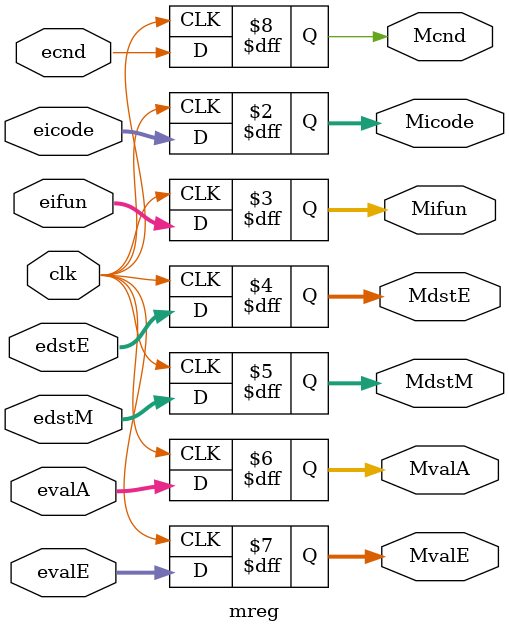
<source format=v>

`timescale 1ns / 10ps


module freg(
    input clk, 
    input [63:0] prPC, 
    output reg [63:0] FpredPC
);

always @(posedge clk)
begin
    FpredPC <= prPC;
end

endmodule

// Decode Register

module dreg(
    input clk,
    input [3:0] ficode,
    input [3:0] fifun,
    input [3:0] frA,
    input [3:0] frB,
    input [63:0] fvalC,
    input [63:0] fvalP,

    output reg [3:0] Dicode,
    output reg [3:0] Difun,
    output reg [3:0] DrA,
    output reg [3:0] DrB,

    output reg [63:0] DvalC,
    output reg [63:0] DvalP,


    input [3:0] micode,
    input [3:0] mifun,
    input [3:0] mdstM,
    input [3:0] mdstE,
    input [63:0] mvalE,
    input [63:0] mvalM,
    
    output reg [3:0] Wicode,
    output reg [3:0] Wifun,
    output reg [3:0] WdstE,
    output reg [3:0] WdstM,

    output reg [63:0] WvalE,
    output reg [63:0] WvalM,

    output reg mcnd
);

always @(posedge clk)
begin
    Dicode <= ficode;
    Difun <= fifun;
    DvalC <= fvalC;
    DvalP <= fvalP;
    DrA <= frA;
    DrB <= frB;

    Wicode <= micode;
    Wifun <= mifun;
    WvalM <= mvalM;
    WdstE <= mdstE;
    WdstM <= mdstM;
    WvalE <= mvalE;
end

endmodule

// Execute register file

module ereg(
    input clk,
    input [3:0] dicode,
    input [3:0] difun,
    input [3:0] ddstE,
    input [3:0] ddstM,
    input [3:0] dsrcA,
    input [3:0] dsrcB,
    
    input [63:0] dvalA,
    input [63:0] dvalB,
    input [63:0] dvalC,
    
    output reg [3:0] Eicode,
    output reg [3:0] Eifun,
    output reg [3:0] EdstM,
    output reg [3:0] EdstE,
    output reg [3:0] EsrcA,
    output reg [3:0] EsrcB,

    output reg [63:0] EvalA,
    output reg [63:0] EvalB,
    output reg [63:0] EvalC
);

always @(posedge clk)
begin
    Eicode <= dicode;
    Eifun <= difun;
    EdstM <= ddstM;
    EdstE <= ddstE;
    EsrcA <= dsrcA;
    EsrcB <= dsrcB;
    EvalA <= dvalA;
    EvalB <= dvalB;
    EvalC <= dvalC;
end

endmodule

// Memory register

module mreg(
    input clk,
    input ecnd,

    input [3:0] eicode,
    input [3:0] eifun,
    input [3:0] edstM,
    input [3:0] edstE,

    input [63:0] evalE,
    input [63:0] evalA,

    output reg [3:0] Micode,
    output reg [3:0] Mifun,
    output reg [3:0] MdstE,
    output reg [3:0] MdstM,

    output reg [63:0] MvalA,
    output reg [63:0] MvalE,

    output reg Mcnd
);

always @(posedge clk)
    begin
        Micode <= eicode;
        Mifun <= eifun;
        Mcnd <= ecnd;
        MvalA <= evalA;
        MdstE <= edstE;
        MdstM <= edstM;
        MvalE <= evalE;
    end
endmodule

// write_back register

// module wbreg(
//     input clk,
//     input [3:0] micode,
//     input [3:0] mifun,
//     input [3:0] mdstM,
//     input [3:0] mdstE,
//     input [63:0] mvalE,
//     input [63:0] mvalM,
    
//     output reg [3:0] Wicode,
//     output reg [3:0] Wifun,
//     output reg [3:0] WdstE,
//     output reg [3:0] WdstM,

//     output reg [63:0] WvalE,
//     output reg [63:0] WvalM,

//     output reg mcnd
// );

// always @(posedge clk)
//     begin
//         Wicode <= micode;
//         Wifun <= mifun;
//         WvalM <= mvalM;
//         WdstE <= mdstE;
//         WdstM <= mdstM;
//         WvalE <= mvalE;
//     end


</source>
